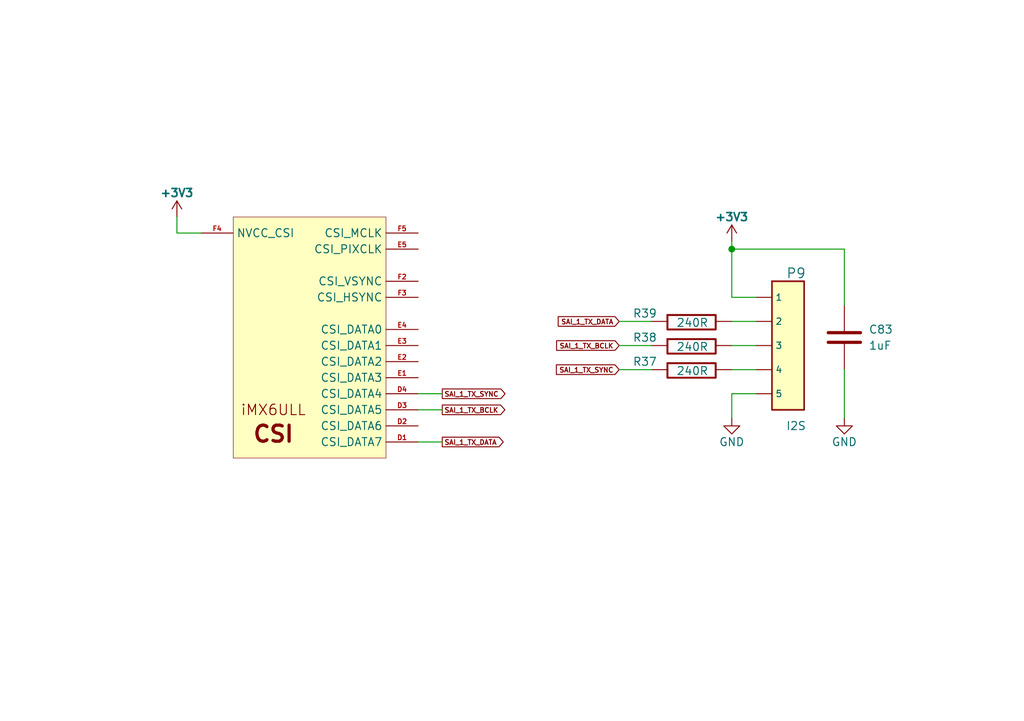
<source format=kicad_sch>
(kicad_sch (version 20210621) (generator eeschema)

  (uuid 8da2eed8-b591-4dff-99f9-ce07135fee57)

  (paper "User" 161.722 113.97)

  (title_block
    (title "iMX6ULL Compute Module & Base Board")
    (date "2021-03-23")
    (rev "1.0")
    (company "AHSA Elektronik")
  )

  (lib_symbols
    (symbol "abdullah:+3.3V" (power) (pin_names (offset 0)) (in_bom yes) (on_board yes)
      (property "Reference" "#PWR" (id 0) (at 0 -3.81 0)
        (effects (font (size 1.27 1.27)) hide)
      )
      (property "Value" "+3.3V" (id 1) (at 0 3.81 0)
        (effects (font (size 1.27 1.27) bold))
      )
      (property "Footprint" "" (id 2) (at 0 0 0)
        (effects (font (size 1.27 1.27)) hide)
      )
      (property "Datasheet" "" (id 3) (at 0 0 0)
        (effects (font (size 1.27 1.27)) hide)
      )
      (symbol "+3.3V_0_1"
        (polyline
          (pts
            (xy -0.762 1.27)
            (xy 0 2.54)
          )
          (stroke (width 0)) (fill (type none))
        )
        (polyline
          (pts
            (xy 0 0)
            (xy 0 2.54)
          )
          (stroke (width 0)) (fill (type none))
        )
        (polyline
          (pts
            (xy 0 2.54)
            (xy 0.762 1.27)
          )
          (stroke (width 0)) (fill (type none))
        )
      )
      (symbol "+3.3V_1_1"
        (pin power_in line (at 0 0 90) (length 0) hide
          (name "+3V3" (effects (font (size 1.27 1.27))))
          (number "1" (effects (font (size 1.27 1.27))))
        )
      )
    )
    (symbol "abdullah:C-vert" (pin_numbers hide) (pin_names (offset 0.254)) (in_bom yes) (on_board yes)
      (property "Reference" "C" (id 0) (at 3.81 1.27 0)
        (effects (font (size 1.27 1.27)) (justify left))
      )
      (property "Value" "C-vert" (id 1) (at 3.81 -1.27 0)
        (effects (font (size 1.27 1.27)) (justify left))
      )
      (property "Footprint" "" (id 2) (at 1.27 -1.27 0)
        (effects (font (size 1.524 1.524)) hide)
      )
      (property "Datasheet" "" (id 3) (at 0 0 0)
        (effects (font (size 1.524 1.524)))
      )
      (property "Voltage" "V" (id 4) (at 3.81 -3.81 0)
        (effects (font (size 1.016 1.016)) (justify left) hide)
      )
      (property "Details" "Capacitor Ceramic Chip SMD 100nF 50V 0805 5%" (id 5) (at 0 0 0)
        (effects (font (size 1.27 1.27)) hide)
      )
      (property "ki_fp_filters" "SM* C? C1-1" (id 6) (at 0 0 0)
        (effects (font (size 1.27 1.27)) hide)
      )
      (symbol "C-vert_0_1"
        (polyline
          (pts
            (xy -2.54 -0.762)
            (xy 2.54 -0.762)
          )
          (stroke (width 0.508)) (fill (type none))
        )
        (polyline
          (pts
            (xy -2.54 0.762)
            (xy 2.54 0.762)
          )
          (stroke (width 0.508)) (fill (type none))
        )
      )
      (symbol "C-vert_1_1"
        (pin passive line (at 0 5.08 270) (length 4.318)
          (name "~" (effects (font (size 1.016 1.016))))
          (number "1" (effects (font (size 1.016 1.016))))
        )
        (pin passive line (at 0 -5.08 90) (length 4.318)
          (name "~" (effects (font (size 1.016 1.016))))
          (number "2" (effects (font (size 1.016 1.016))))
        )
      )
    )
    (symbol "abdullah:CONNECTOR-5" (pin_numbers hide) (in_bom yes) (on_board yes)
      (property "Reference" "P" (id 0) (at -1.27 11.43 0)
        (effects (font (size 1.524 1.524)))
      )
      (property "Value" "CONNECTOR-5" (id 1) (at -3.81 1.27 90)
        (effects (font (size 1.27 1.27)))
      )
      (property "Footprint" "" (id 2) (at 0 0 0)
        (effects (font (size 1.524 1.524)))
      )
      (property "Datasheet" "" (id 3) (at 0 0 0)
        (effects (font (size 1.524 1.524)))
      )
      (property "Details" "Connector 5 Pins" (id 4) (at 0 0 0)
        (effects (font (size 1.27 1.27)) hide)
      )
      (symbol "CONNECTOR-5_0_0"
        (pin bidirectional line (at 5.08 -7.62 180) (length 2.54)
          (name "5" (effects (font (size 1.016 1.016))))
          (number "5" (effects (font (size 0.635 0.635))))
        )
      )
      (symbol "CONNECTOR-5_0_1"
        (rectangle (start 2.54 10.16) (end -2.54 -10.16)
          (stroke (width 0.254)) (fill (type background))
        )
      )
      (symbol "CONNECTOR-5_1_1"
        (pin bidirectional line (at 5.08 7.62 180) (length 2.54)
          (name "1" (effects (font (size 1.016 1.016))))
          (number "1" (effects (font (size 0.508 0.508))))
        )
        (pin bidirectional line (at 5.08 3.81 180) (length 2.54)
          (name "2" (effects (font (size 1.016 1.016))))
          (number "2" (effects (font (size 0.508 0.508))))
        )
        (pin bidirectional line (at 5.08 0 180) (length 2.54)
          (name "3" (effects (font (size 1.016 1.016))))
          (number "3" (effects (font (size 0.508 0.508))))
        )
        (pin bidirectional line (at 5.08 -3.81 180) (length 2.54)
          (name "4" (effects (font (size 1.016 1.016))))
          (number "4" (effects (font (size 0.508 0.508))))
        )
      )
    )
    (symbol "abdullah:GND" (power) (pin_names (offset 0)) (in_bom yes) (on_board yes)
      (property "Reference" "#PWR" (id 0) (at 0 -6.35 0)
        (effects (font (size 1.27 1.27)) hide)
      )
      (property "Value" "GND" (id 1) (at 0 -3.81 0)
        (effects (font (size 1.27 1.27)))
      )
      (property "Footprint" "" (id 2) (at 0 0 0)
        (effects (font (size 1.27 1.27)) hide)
      )
      (property "Datasheet" "" (id 3) (at 0 0 0)
        (effects (font (size 1.27 1.27)) hide)
      )
      (symbol "GND_0_1"
        (polyline
          (pts
            (xy 0 0)
            (xy 0 -1.27)
            (xy 1.27 -1.27)
            (xy 0 -2.54)
            (xy -1.27 -1.27)
            (xy 0 -1.27)
          )
          (stroke (width 0)) (fill (type none))
        )
      )
      (symbol "GND_1_1"
        (pin power_in line (at 0 0 270) (length 0) hide
          (name "GND" (effects (font (size 1.27 1.27))))
          (number "1" (effects (font (size 1.27 1.27))))
        )
      )
    )
    (symbol "abdullah:R-hrz" (pin_numbers hide) (pin_names (offset 0)) (in_bom yes) (on_board yes)
      (property "Reference" "R" (id 0) (at 0.254 2.54 0)
        (effects (font (size 1.27 1.27)))
      )
      (property "Value" "R-hrz" (id 1) (at 0.127 -2.54 0)
        (effects (font (size 1.27 1.27)))
      )
      (property "Footprint" "" (id 2) (at -2.286 0 0)
        (effects (font (size 1.524 1.524)) hide)
      )
      (property "Datasheet" "" (id 3) (at 0.254 2.54 0)
        (effects (font (size 1.524 1.524)) hide)
      )
      (property "Details" "Resistor SMD 10k 0805 5%" (id 4) (at 0 0 0)
        (effects (font (size 1.27 1.27)) hide)
      )
      (property "ki_fp_filters" "R? SM0603 SM0805 R?-* SM1206" (id 5) (at 0 0 0)
        (effects (font (size 1.27 1.27)) hide)
      )
      (symbol "R-hrz_0_1"
        (rectangle (start -3.81 -1.016) (end 3.81 1.27)
          (stroke (width 0.3048)) (fill (type none))
        )
      )
      (symbol "R-hrz_1_1"
        (pin passive line (at -6.35 0 0) (length 2.54)
          (name "~" (effects (font (size 1.524 1.524))))
          (number "1" (effects (font (size 1.524 1.524))))
        )
        (pin passive line (at 6.35 0 180) (length 2.54)
          (name "~" (effects (font (size 1.524 1.524))))
          (number "2" (effects (font (size 1.524 1.524))))
        )
      )
    )
    (symbol "abdullah:iMX6ULL_4" (in_bom yes) (on_board yes)
      (property "Reference" "U" (id 0) (at -24.13 -71.12 0)
        (effects (font (size 1.27 1.27)) hide)
      )
      (property "Value" "iMX6ULL" (id 1) (at -21.59 60.96 0)
        (effects (font (size 1.27 1.27)) hide)
      )
      (property "Footprint" "" (id 2) (at -49.53 41.91 0)
        (effects (font (size 1.27 1.27)) hide)
      )
      (property "Datasheet" "" (id 3) (at -49.53 41.91 0)
        (effects (font (size 1.27 1.27)) hide)
      )
      (property "ki_locked" "" (id 4) (at 0 0 0)
        (effects (font (size 1.27 1.27)))
      )
      (symbol "iMX6ULL_4_1_1"
        (text "iMX6ULL" (at 0 -52.07 0)
          (effects (font (size 3.81 3.81)))
        )
        (text "POWER" (at 0 -60.96 0)
          (effects (font (size 5.08 5.08) bold))
        )
        (rectangle (start -25.4 58.42) (end 26.67 -71.12)
          (stroke (width 0.0006)) (fill (type background))
        )
        (pin unspecified line (at -30.48 -12.7 0) (length 5.08)
          (name "VSS1" (effects (font (size 1.27 1.27))))
          (number "A1" (effects (font (size 0.762 0.762))))
        )
        (pin unspecified line (at -30.48 -15.24 0) (length 5.08)
          (name "VSS2" (effects (font (size 1.27 1.27))))
          (number "A17" (effects (font (size 0.762 0.762))))
        )
        (pin unspecified line (at -30.48 -22.86 0) (length 5.08)
          (name "VSS5" (effects (font (size 1.27 1.27))))
          (number "C11" (effects (font (size 0.762 0.762))))
        )
        (pin unspecified line (at -30.48 -25.4 0) (length 5.08)
          (name "VSS6" (effects (font (size 1.27 1.27))))
          (number "C15" (effects (font (size 0.762 0.762))))
        )
        (pin unspecified line (at -30.48 -17.78 0) (length 5.08)
          (name "VSS3" (effects (font (size 1.27 1.27))))
          (number "C3" (effects (font (size 0.762 0.762))))
        )
        (pin unspecified line (at -30.48 -20.32 0) (length 5.08)
          (name "VSS4" (effects (font (size 1.27 1.27))))
          (number "C7" (effects (font (size 0.762 0.762))))
        )
        (pin unspecified line (at -30.48 -30.48 0) (length 5.08)
          (name "VSS8" (effects (font (size 1.27 1.27))))
          (number "E11" (effects (font (size 0.762 0.762))))
        )
        (pin unspecified line (at -30.48 -27.94 0) (length 5.08)
          (name "VSS7" (effects (font (size 1.27 1.27))))
          (number "E8" (effects (font (size 0.762 0.762))))
        )
        (pin unspecified line (at -30.48 -43.18 0) (length 5.08)
          (name "VSS13" (effects (font (size 1.27 1.27))))
          (number "F10" (effects (font (size 0.762 0.762))))
        )
        (pin unspecified line (at -30.48 -45.72 0) (length 5.08)
          (name "VSS14" (effects (font (size 1.27 1.27))))
          (number "F11" (effects (font (size 0.762 0.762))))
        )
        (pin unspecified line (at -30.48 -48.26 0) (length 5.08)
          (name "VSS15" (effects (font (size 1.27 1.27))))
          (number "F12" (effects (font (size 0.762 0.762))))
        )
        (pin unspecified line (at -30.48 -33.02 0) (length 5.08)
          (name "VSS9" (effects (font (size 1.27 1.27))))
          (number "F6" (effects (font (size 0.762 0.762))))
        )
        (pin unspecified line (at -30.48 -35.56 0) (length 5.08)
          (name "VSS10" (effects (font (size 1.27 1.27))))
          (number "F7" (effects (font (size 0.762 0.762))))
        )
        (pin unspecified line (at -30.48 -38.1 0) (length 5.08)
          (name "VSS11" (effects (font (size 1.27 1.27))))
          (number "F8" (effects (font (size 0.762 0.762))))
        )
        (pin unspecified line (at -30.48 -40.64 0) (length 5.08)
          (name "VSS12" (effects (font (size 1.27 1.27))))
          (number "F9" (effects (font (size 0.762 0.762))))
        )
        (pin unspecified line (at 31.75 53.34 180) (length 5.08)
          (name "VDD_ARM_CAP_2" (effects (font (size 1.27 1.27))))
          (number "G10" (effects (font (size 0.762 0.762))))
        )
        (pin unspecified line (at 31.75 50.8 180) (length 5.08)
          (name "VDD_ARM_CAP_3" (effects (font (size 1.27 1.27))))
          (number "G11" (effects (font (size 0.762 0.762))))
        )
        (pin unspecified line (at -30.48 -58.42 0) (length 5.08)
          (name "VSS19" (effects (font (size 1.27 1.27))))
          (number "G12" (effects (font (size 0.762 0.762))))
        )
        (pin unspecified line (at -30.48 -60.96 0) (length 5.08)
          (name "VSS20" (effects (font (size 1.27 1.27))))
          (number "G15" (effects (font (size 0.762 0.762))))
        )
        (pin unspecified line (at -30.48 -50.8 0) (length 5.08)
          (name "VSS16" (effects (font (size 1.27 1.27))))
          (number "G3" (effects (font (size 0.762 0.762))))
        )
        (pin unspecified line (at -30.48 -53.34 0) (length 5.08)
          (name "VSS17" (effects (font (size 1.27 1.27))))
          (number "G5" (effects (font (size 0.762 0.762))))
        )
        (pin unspecified line (at -30.48 -55.88 0) (length 5.08)
          (name "VSS18" (effects (font (size 1.27 1.27))))
          (number "G7" (effects (font (size 0.762 0.762))))
        )
        (pin unspecified line (at 31.75 43.18 180) (length 5.08)
          (name "VDD_SOC_CAP1" (effects (font (size 1.27 1.27))))
          (number "G8" (effects (font (size 0.762 0.762))))
        )
        (pin unspecified line (at 31.75 55.88 180) (length 5.08)
          (name "VDD_ARM_CAP_1" (effects (font (size 1.27 1.27))))
          (number "G9" (effects (font (size 0.762 0.762))))
        )
        (pin unspecified line (at -30.48 40.64 0) (length 5.08)
          (name "VDD_SOC_IN2" (effects (font (size 1.27 1.27))))
          (number "H10" (effects (font (size 0.762 0.762))))
        )
        (pin unspecified line (at 31.75 48.26 180) (length 5.08)
          (name "VDD_ARM_CAP_4" (effects (font (size 1.27 1.27))))
          (number "H11" (effects (font (size 0.762 0.762))))
        )
        (pin unspecified line (at -30.48 -66.04 0) (length 5.08)
          (name "VSS22" (effects (font (size 1.27 1.27))))
          (number "H12" (effects (font (size 0.762 0.762))))
        )
        (pin unspecified line (at -30.48 -63.5 0) (length 5.08)
          (name "VSS21" (effects (font (size 1.27 1.27))))
          (number "H7" (effects (font (size 0.762 0.762))))
        )
        (pin unspecified line (at 31.75 40.64 180) (length 5.08)
          (name "VDD_SOC_CAP2" (effects (font (size 1.27 1.27))))
          (number "H8" (effects (font (size 0.762 0.762))))
        )
        (pin unspecified line (at -30.48 43.18 0) (length 5.08)
          (name "VDD_SOC_IN1" (effects (font (size 1.27 1.27))))
          (number "H9" (effects (font (size 0.762 0.762))))
        )
        (pin unspecified line (at -30.48 35.56 0) (length 5.08)
          (name "VDD_SOC_IN4" (effects (font (size 1.27 1.27))))
          (number "J10" (effects (font (size 0.762 0.762))))
        )
        (pin unspecified line (at 31.75 35.56 180) (length 5.08)
          (name "VDD_SOC_CAP4" (effects (font (size 1.27 1.27))))
          (number "J11" (effects (font (size 0.762 0.762))))
        )
        (pin unspecified line (at 31.75 -66.04 180) (length 5.08)
          (name "VSS25" (effects (font (size 1.27 1.27))))
          (number "J12" (effects (font (size 0.762 0.762))))
        )
        (pin unspecified line (at -30.48 -68.58 0) (length 5.08)
          (name "VSS23" (effects (font (size 1.27 1.27))))
          (number "J5" (effects (font (size 0.762 0.762))))
        )
        (pin unspecified line (at 31.75 -68.58 180) (length 5.08)
          (name "VSS24" (effects (font (size 1.27 1.27))))
          (number "J7" (effects (font (size 0.762 0.762))))
        )
        (pin unspecified line (at 31.75 38.1 180) (length 5.08)
          (name "VDD_SOC_CAP3" (effects (font (size 1.27 1.27))))
          (number "J8" (effects (font (size 0.762 0.762))))
        )
        (pin unspecified line (at -30.48 38.1 0) (length 5.08)
          (name "VDD_SOC_IN3" (effects (font (size 1.27 1.27))))
          (number "J9" (effects (font (size 0.762 0.762))))
        )
        (pin unspecified line (at -30.48 30.48 0) (length 5.08)
          (name "VDD_SOC_IN6" (effects (font (size 1.27 1.27))))
          (number "K10" (effects (font (size 0.762 0.762))))
        )
        (pin unspecified line (at 31.75 30.48 180) (length 5.08)
          (name "VDD_SOC_CAP6" (effects (font (size 1.27 1.27))))
          (number "K11" (effects (font (size 0.762 0.762))))
        )
        (pin unspecified line (at 31.75 -60.96 180) (length 5.08)
          (name "VSS27" (effects (font (size 1.27 1.27))))
          (number "K12" (effects (font (size 0.762 0.762))))
        )
        (pin unspecified line (at 31.75 -63.5 180) (length 5.08)
          (name "VSS26" (effects (font (size 1.27 1.27))))
          (number "K7" (effects (font (size 0.762 0.762))))
        )
        (pin unspecified line (at 31.75 33.02 180) (length 5.08)
          (name "VDD_SOC_CAP5" (effects (font (size 1.27 1.27))))
          (number "K8" (effects (font (size 0.762 0.762))))
        )
        (pin unspecified line (at -30.48 33.02 0) (length 5.08)
          (name "VDD_SOC_IN5" (effects (font (size 1.27 1.27))))
          (number "K9" (effects (font (size 0.762 0.762))))
        )
        (pin unspecified line (at 31.75 22.86 180) (length 5.08)
          (name "VDD_SOC_CAP9" (effects (font (size 1.27 1.27))))
          (number "L10" (effects (font (size 0.762 0.762))))
        )
        (pin unspecified line (at 31.75 20.32 180) (length 5.08)
          (name "VDD_SOC_CAP10" (effects (font (size 1.27 1.27))))
          (number "L11" (effects (font (size 0.762 0.762))))
        )
        (pin unspecified line (at 31.75 -53.34 180) (length 5.08)
          (name "VSS30" (effects (font (size 1.27 1.27))))
          (number "L12" (effects (font (size 0.762 0.762))))
        )
        (pin unspecified line (at 31.75 -58.42 180) (length 5.08)
          (name "VSS28" (effects (font (size 1.27 1.27))))
          (number "L3" (effects (font (size 0.762 0.762))))
        )
        (pin unspecified line (at 31.75 -55.88 180) (length 5.08)
          (name "VSS29" (effects (font (size 1.27 1.27))))
          (number "L7" (effects (font (size 0.762 0.762))))
        )
        (pin unspecified line (at 31.75 27.94 180) (length 5.08)
          (name "VDD_SOC_CAP7" (effects (font (size 1.27 1.27))))
          (number "L8" (effects (font (size 0.762 0.762))))
        )
        (pin unspecified line (at 31.75 25.4 180) (length 5.08)
          (name "VDD_SOC_CAP8" (effects (font (size 1.27 1.27))))
          (number "L9" (effects (font (size 0.762 0.762))))
        )
        (pin unspecified line (at 31.75 -43.18 180) (length 5.08)
          (name "VSS34" (effects (font (size 1.27 1.27))))
          (number "M10" (effects (font (size 0.762 0.762))))
        )
        (pin unspecified line (at 31.75 -40.64 180) (length 5.08)
          (name "VSS35" (effects (font (size 1.27 1.27))))
          (number "M11" (effects (font (size 0.762 0.762))))
        )
        (pin unspecified line (at -30.48 -10.16 0) (length 5.08)
          (name "NGND_KEL0" (effects (font (size 1.27 1.27))))
          (number "M12" (effects (font (size 0.762 0.762))))
        )
        (pin unspecified line (at 31.75 -50.8 180) (length 5.08)
          (name "VSS31" (effects (font (size 1.27 1.27))))
          (number "M7" (effects (font (size 0.762 0.762))))
        )
        (pin unspecified line (at 31.75 -48.26 180) (length 5.08)
          (name "VSS32" (effects (font (size 1.27 1.27))))
          (number "M8" (effects (font (size 0.762 0.762))))
        )
        (pin unspecified line (at 31.75 -45.72 180) (length 5.08)
          (name "VSS33" (effects (font (size 1.27 1.27))))
          (number "M9" (effects (font (size 0.762 0.762))))
        )
        (pin unspecified line (at 31.75 -1.27 180) (length 5.08)
          (name "VDD_SNVS_CAP" (effects (font (size 1.27 1.27))))
          (number "N12" (effects (font (size 0.762 0.762))))
        )
        (pin unspecified line (at -30.48 13.97 0) (length 5.08)
          (name "VDD_HIGH_IN" (effects (font (size 1.27 1.27))))
          (number "N13" (effects (font (size 0.762 0.762))))
        )
        (pin unspecified line (at 31.75 -38.1 180) (length 5.08)
          (name "VSS36" (effects (font (size 1.27 1.27))))
          (number "N3" (effects (font (size 0.762 0.762))))
        )
        (pin unspecified line (at 31.75 -35.56 180) (length 5.08)
          (name "VSS37" (effects (font (size 1.27 1.27))))
          (number "N5" (effects (font (size 0.762 0.762))))
        )
        (pin unspecified line (at -30.48 3.81 0) (length 5.08)
          (name "VDD_SNVS_IN" (effects (font (size 1.27 1.27))))
          (number "P12" (effects (font (size 0.762 0.762))))
        )
        (pin unspecified line (at 31.75 3.81 180) (length 5.08)
          (name "NVCC_PLL" (effects (font (size 1.27 1.27))))
          (number "P13" (effects (font (size 0.762 0.762))))
        )
        (pin unspecified line (at 31.75 -25.4 180) (length 5.08)
          (name "VSS41" (effects (font (size 1.27 1.27))))
          (number "R11" (effects (font (size 0.762 0.762))))
        )
        (pin unspecified line (at 31.75 13.97 180) (length 5.08)
          (name "VDD_HIGH_CAP1" (effects (font (size 1.27 1.27))))
          (number "R14" (effects (font (size 0.762 0.762))))
        )
        (pin unspecified line (at 31.75 11.43 180) (length 5.08)
          (name "VDD_HIGH_CAP2" (effects (font (size 1.27 1.27))))
          (number "R15" (effects (font (size 0.762 0.762))))
        )
        (pin unspecified line (at 31.75 -22.86 180) (length 5.08)
          (name "VSS42" (effects (font (size 1.27 1.27))))
          (number "R16" (effects (font (size 0.762 0.762))))
        )
        (pin unspecified line (at 31.75 -20.32 180) (length 5.08)
          (name "VSS43" (effects (font (size 1.27 1.27))))
          (number "R17" (effects (font (size 0.762 0.762))))
        )
        (pin unspecified line (at 31.75 -33.02 180) (length 5.08)
          (name "VSS38" (effects (font (size 1.27 1.27))))
          (number "R3" (effects (font (size 0.762 0.762))))
        )
        (pin unspecified line (at 31.75 -30.48 180) (length 5.08)
          (name "VSS39" (effects (font (size 1.27 1.27))))
          (number "R5" (effects (font (size 0.762 0.762))))
        )
        (pin unspecified line (at 31.75 -27.94 180) (length 5.08)
          (name "VSS40" (effects (font (size 1.27 1.27))))
          (number "R7" (effects (font (size 0.762 0.762))))
        )
        (pin unspecified line (at 31.75 -17.78 180) (length 5.08)
          (name "VSS44" (effects (font (size 1.27 1.27))))
          (number "T14" (effects (font (size 0.762 0.762))))
        )
        (pin unspecified line (at 31.75 -15.24 180) (length 5.08)
          (name "VSS45" (effects (font (size 1.27 1.27))))
          (number "U1" (effects (font (size 0.762 0.762))))
        )
        (pin unspecified line (at 31.75 -12.7 180) (length 5.08)
          (name "VSS46" (effects (font (size 1.27 1.27))))
          (number "U14" (effects (font (size 0.762 0.762))))
        )
        (pin unspecified line (at 31.75 -10.16 180) (length 5.08)
          (name "VSS47" (effects (font (size 1.27 1.27))))
          (number "U17" (effects (font (size 0.762 0.762))))
        )
      )
      (symbol "iMX6ULL_4_2_1"
        (text "DRAM" (at 1.27 33.02 0)
          (effects (font (size 5.08 5.08) bold))
        )
        (text "iMX6ULL" (at 1.27 41.91 0)
          (effects (font (size 3.81 3.81)))
        )
        (rectangle (start -29.21 48.26) (end 30.48 -54.61)
          (stroke (width 0.0006)) (fill (type background))
        )
        (pin unspecified line (at 35.56 -17.78 180) (length 5.08)
          (name "DRAM_ODT1" (effects (font (size 1.27 1.27))))
          (number "F1" (effects (font (size 0.762 0.762))))
        )
        (pin unspecified line (at -34.29 10.16 0) (length 5.08)
          (name "DRAM_ADDR14" (effects (font (size 1.27 1.27))))
          (number "G1" (effects (font (size 0.762 0.762))))
        )
        (pin unspecified line (at -34.29 30.48 0) (length 5.08)
          (name "DRAM_ADDR6" (effects (font (size 1.27 1.27))))
          (number "G2" (effects (font (size 0.762 0.762))))
        )
        (pin unspecified line (at -34.29 -39.37 0) (length 5.08)
          (name "DRAM_RESET" (effects (font (size 1.27 1.27))))
          (number "G4" (effects (font (size 0.762 0.762))))
        )
        (pin unspecified line (at 35.56 -39.37 180) (length 5.08)
          (name "NVCC_DRAM1" (effects (font (size 1.27 1.27))))
          (number "G6" (effects (font (size 0.762 0.762))))
        )
        (pin unspecified line (at -34.29 -5.08 0) (length 5.08)
          (name "DRAM_SDBA1" (effects (font (size 1.27 1.27))))
          (number "H1" (effects (font (size 0.762 0.762))))
        )
        (pin unspecified line (at -34.29 43.18 0) (length 5.08)
          (name "DRAM_ADDR1" (effects (font (size 1.27 1.27))))
          (number "H2" (effects (font (size 0.762 0.762))))
        )
        (pin unspecified line (at -34.29 12.7 0) (length 5.08)
          (name "DRAM_ADDR13" (effects (font (size 1.27 1.27))))
          (number "H3" (effects (font (size 0.762 0.762))))
        )
        (pin unspecified line (at -34.29 27.94 0) (length 5.08)
          (name "DRAM_ADDR7" (effects (font (size 1.27 1.27))))
          (number "H4" (effects (font (size 0.762 0.762))))
        )
        (pin unspecified line (at -34.29 -16.51 0) (length 5.08)
          (name "~{DRAM_CS1}" (effects (font (size 1.27 1.27))))
          (number "H5" (effects (font (size 0.762 0.762))))
        )
        (pin unspecified line (at 35.56 -41.91 180) (length 5.08)
          (name "NVCC_DRAM2" (effects (font (size 1.27 1.27))))
          (number "H6" (effects (font (size 0.762 0.762))))
        )
        (pin unspecified line (at -34.29 -26.67 0) (length 5.08)
          (name "~{DRAM_SDWE}" (effects (font (size 1.27 1.27))))
          (number "J1" (effects (font (size 0.762 0.762))))
        )
        (pin unspecified line (at -34.29 -24.13 0) (length 5.08)
          (name "~{DRAM_CAS}" (effects (font (size 1.27 1.27))))
          (number "J2" (effects (font (size 0.762 0.762))))
        )
        (pin unspecified line (at 35.56 -27.94 180) (length 5.08)
          (name "DRAM_SDCKE1" (effects (font (size 1.27 1.27))))
          (number "J3" (effects (font (size 0.762 0.762))))
        )
        (pin unspecified line (at -34.29 25.4 0) (length 5.08)
          (name "DRAM_ADDR8" (effects (font (size 1.27 1.27))))
          (number "J4" (effects (font (size 0.762 0.762))))
        )
        (pin unspecified line (at 35.56 -44.45 180) (length 5.08)
          (name "NVCC_DRAM3" (effects (font (size 1.27 1.27))))
          (number "J6" (effects (font (size 0.762 0.762))))
        )
        (pin unspecified line (at -34.29 40.64 0) (length 5.08)
          (name "DRAM_ADDR2" (effects (font (size 1.27 1.27))))
          (number "K1" (effects (font (size 0.762 0.762))))
        )
        (pin unspecified line (at -34.29 -7.62 0) (length 5.08)
          (name "DRAM_SDBA2" (effects (font (size 1.27 1.27))))
          (number "K2" (effects (font (size 0.762 0.762))))
        )
        (pin unspecified line (at -34.29 17.78 0) (length 5.08)
          (name "DRAM_ADDR11" (effects (font (size 1.27 1.27))))
          (number "K3" (effects (font (size 0.762 0.762))))
        )
        (pin unspecified line (at -34.29 35.56 0) (length 5.08)
          (name "DRAM_ADDR4" (effects (font (size 1.27 1.27))))
          (number "K4" (effects (font (size 0.762 0.762))))
        )
        (pin unspecified line (at -34.29 7.62 0) (length 5.08)
          (name "DRAM_ADDR15" (effects (font (size 1.27 1.27))))
          (number "K5" (effects (font (size 0.762 0.762))))
        )
        (pin unspecified line (at 35.56 -46.99 180) (length 5.08)
          (name "NVCC_DRAM4" (effects (font (size 1.27 1.27))))
          (number "K6" (effects (font (size 0.762 0.762))))
        )
        (pin unspecified line (at -34.29 33.02 0) (length 5.08)
          (name "DRAM_ADDR5" (effects (font (size 1.27 1.27))))
          (number "L1" (effects (font (size 0.762 0.762))))
        )
        (pin unspecified line (at -34.29 22.86 0) (length 5.08)
          (name "DRAM_ADDR9" (effects (font (size 1.27 1.27))))
          (number "L2" (effects (font (size 0.762 0.762))))
        )
        (pin unspecified line (at -34.29 15.24 0) (length 5.08)
          (name "DRAM_ADDR12" (effects (font (size 1.27 1.27))))
          (number "L4" (effects (font (size 0.762 0.762))))
        )
        (pin unspecified line (at -34.29 45.72 0) (length 5.08)
          (name "DRAM_ADDR0" (effects (font (size 1.27 1.27))))
          (number "L5" (effects (font (size 0.762 0.762))))
        )
        (pin unspecified line (at 35.56 -49.53 180) (length 5.08)
          (name "NVCC_DRAM5" (effects (font (size 1.27 1.27))))
          (number "L6" (effects (font (size 0.762 0.762))))
        )
        (pin unspecified line (at -34.29 -2.54 0) (length 5.08)
          (name "DRAM_SDBA0" (effects (font (size 1.27 1.27))))
          (number "M1" (effects (font (size 0.762 0.762))))
        )
        (pin unspecified line (at -34.29 38.1 0) (length 5.08)
          (name "DRAM_ADDR3" (effects (font (size 1.27 1.27))))
          (number "M2" (effects (font (size 0.762 0.762))))
        )
        (pin unspecified line (at 35.56 -30.48 180) (length 5.08)
          (name "DRAM_SDCKE0" (effects (font (size 1.27 1.27))))
          (number "M3" (effects (font (size 0.762 0.762))))
        )
        (pin unspecified line (at -34.29 20.32 0) (length 5.08)
          (name "DRAM_ADDR10" (effects (font (size 1.27 1.27))))
          (number "M4" (effects (font (size 0.762 0.762))))
        )
        (pin unspecified line (at -34.29 -21.59 0) (length 5.08)
          (name "~{DRAM_RAS}" (effects (font (size 1.27 1.27))))
          (number "M5" (effects (font (size 0.762 0.762))))
        )
        (pin unspecified line (at 35.56 -52.07 180) (length 5.08)
          (name "NVCC_DRAM6" (effects (font (size 1.27 1.27))))
          (number "M6" (effects (font (size 0.762 0.762))))
        )
        (pin unspecified line (at 35.56 -20.32 180) (length 5.08)
          (name "DRAM_ODT0" (effects (font (size 1.27 1.27))))
          (number "N1" (effects (font (size 0.762 0.762))))
        )
        (pin unspecified line (at -34.29 -13.97 0) (length 5.08)
          (name "~{DRAM_CS0}" (effects (font (size 1.27 1.27))))
          (number "N2" (effects (font (size 0.762 0.762))))
        )
        (pin unspecified line (at -34.29 -44.45 0) (length 5.08)
          (name "DRAM_ZQPAD" (effects (font (size 1.27 1.27))))
          (number "N4" (effects (font (size 0.762 0.762))))
        )
        (pin unspecified line (at -34.29 -48.26 0) (length 5.08)
          (name "NVCC_DRAM_2P5" (effects (font (size 1.27 1.27))))
          (number "N6" (effects (font (size 0.762 0.762))))
        )
        (pin unspecified line (at -34.29 -31.75 0) (length 5.08)
          (name "DRAM_SDCLK0_P" (effects (font (size 1.27 1.27))))
          (number "P1" (effects (font (size 0.762 0.762))))
        )
        (pin unspecified line (at -34.29 -34.29 0) (length 5.08)
          (name "DRAM_SDCLK0_N" (effects (font (size 1.27 1.27))))
          (number "P2" (effects (font (size 0.762 0.762))))
        )
        (pin unspecified line (at 35.56 2.54 180) (length 5.08)
          (name "DRAM_DATA13" (effects (font (size 1.27 1.27))))
          (number "P3" (effects (font (size 0.762 0.762))))
        )
        (pin unspecified line (at -34.29 -52.07 0) (length 5.08)
          (name "DRAM_VREF" (effects (font (size 1.27 1.27))))
          (number "P4" (effects (font (size 0.762 0.762))))
        )
        (pin unspecified line (at 35.56 5.08 180) (length 5.08)
          (name "DRAM_DATA12" (effects (font (size 1.27 1.27))))
          (number "P5" (effects (font (size 0.762 0.762))))
        )
        (pin unspecified line (at 35.56 25.4 180) (length 5.08)
          (name "DRAM_SDQS0_P" (effects (font (size 1.27 1.27))))
          (number "P6" (effects (font (size 0.762 0.762))))
        )
        (pin unspecified line (at 35.56 22.86 180) (length 5.08)
          (name "DRAM_SDQS0_N" (effects (font (size 1.27 1.27))))
          (number "P7" (effects (font (size 0.762 0.762))))
        )
        (pin unspecified line (at 35.56 -2.54 180) (length 5.08)
          (name "DRAM_DATA15" (effects (font (size 1.27 1.27))))
          (number "R1" (effects (font (size 0.762 0.762))))
        )
        (pin unspecified line (at 35.56 0 180) (length 5.08)
          (name "DRAM_DATA14" (effects (font (size 1.27 1.27))))
          (number "R2" (effects (font (size 0.762 0.762))))
        )
        (pin unspecified line (at 35.56 7.62 180) (length 5.08)
          (name "DRAM_DATA11" (effects (font (size 1.27 1.27))))
          (number "R4" (effects (font (size 0.762 0.762))))
        )
        (pin unspecified line (at 35.56 -5.08 180) (length 5.08)
          (name "DRAM_SDQS1_P" (effects (font (size 1.27 1.27))))
          (number "T1" (effects (font (size 0.762 0.762))))
        )
        (pin unspecified line (at 35.56 -7.62 180) (length 5.08)
          (name "DRAM_SDQS1_N" (effects (font (size 1.27 1.27))))
          (number "T2" (effects (font (size 0.762 0.762))))
        )
        (pin unspecified line (at 35.56 -10.16 180) (length 5.08)
          (name "DRAM_DQM1" (effects (font (size 1.27 1.27))))
          (number "T3" (effects (font (size 0.762 0.762))))
        )
        (pin unspecified line (at 35.56 45.72 180) (length 5.08)
          (name "DRAM_DATA0" (effects (font (size 1.27 1.27))))
          (number "T4" (effects (font (size 0.762 0.762))))
        )
        (pin unspecified line (at 35.56 30.48 180) (length 5.08)
          (name "DRAM_DATA6" (effects (font (size 1.27 1.27))))
          (number "T5" (effects (font (size 0.762 0.762))))
        )
        (pin unspecified line (at 35.56 40.64 180) (length 5.08)
          (name "DRAM_DATA2" (effects (font (size 1.27 1.27))))
          (number "T6" (effects (font (size 0.762 0.762))))
        )
        (pin unspecified line (at 35.56 20.32 180) (length 5.08)
          (name "DRAM_DQM0" (effects (font (size 1.27 1.27))))
          (number "T7" (effects (font (size 0.762 0.762))))
        )
        (pin unspecified line (at 35.56 33.02 180) (length 5.08)
          (name "DRAM_DATA5" (effects (font (size 1.27 1.27))))
          (number "T8" (effects (font (size 0.762 0.762))))
        )
        (pin unspecified line (at 35.56 15.24 180) (length 5.08)
          (name "DRAM_DATA8" (effects (font (size 1.27 1.27))))
          (number "U2" (effects (font (size 0.762 0.762))))
        )
        (pin unspecified line (at 35.56 12.7 180) (length 5.08)
          (name "DRAM_DATA9" (effects (font (size 1.27 1.27))))
          (number "U3" (effects (font (size 0.762 0.762))))
        )
        (pin unspecified line (at 35.56 27.94 180) (length 5.08)
          (name "DRAM_DATA7" (effects (font (size 1.27 1.27))))
          (number "U4" (effects (font (size 0.762 0.762))))
        )
        (pin unspecified line (at 35.56 10.16 180) (length 5.08)
          (name "DRAM_DATA10" (effects (font (size 1.27 1.27))))
          (number "U5" (effects (font (size 0.762 0.762))))
        )
        (pin unspecified line (at 35.56 43.18 180) (length 5.08)
          (name "DRAM_DATA1" (effects (font (size 1.27 1.27))))
          (number "U6" (effects (font (size 0.762 0.762))))
        )
        (pin unspecified line (at 35.56 38.1 180) (length 5.08)
          (name "DRAM_DATA3" (effects (font (size 1.27 1.27))))
          (number "U7" (effects (font (size 0.762 0.762))))
        )
        (pin unspecified line (at 35.56 35.56 180) (length 5.08)
          (name "DRAM_DATA4" (effects (font (size 1.27 1.27))))
          (number "U8" (effects (font (size 0.762 0.762))))
        )
      )
      (symbol "iMX6ULL_4_3_1"
        (text "iMX6ULL" (at -6.35 -19.05 0)
          (effects (font (size 1.905 1.905)))
        )
        (text "NAND" (at -6.35 -22.86 0)
          (effects (font (size 2.54 2.54) bold))
        )
        (rectangle (start -13.97 22.86) (end 15.24 -27.94)
          (stroke (width 0.0006)) (fill (type background))
        )
        (pin unspecified line (at 20.32 0 180) (length 5.08)
          (name "~{NAND_READY}" (effects (font (size 1.27 1.27))))
          (number "A3" (effects (font (size 0.762 0.762))))
        )
        (pin unspecified line (at 20.32 10.16 180) (length 5.08)
          (name "NAND_CLE" (effects (font (size 1.27 1.27))))
          (number "A4" (effects (font (size 0.762 0.762))))
        )
        (pin unspecified line (at 20.32 -25.4 180) (length 5.08)
          (name "NAND_DATA7" (effects (font (size 1.27 1.27))))
          (number "A5" (effects (font (size 0.762 0.762))))
        )
        (pin unspecified line (at 20.32 -22.86 180) (length 5.08)
          (name "NAND_DATA6" (effects (font (size 1.27 1.27))))
          (number "A6" (effects (font (size 0.762 0.762))))
        )
        (pin unspecified line (at 20.32 -12.7 180) (length 5.08)
          (name "NAND_DATA2" (effects (font (size 1.27 1.27))))
          (number "A7" (effects (font (size 0.762 0.762))))
        )
        (pin unspecified line (at 20.32 12.7 180) (length 5.08)
          (name "NAND_ALE" (effects (font (size 1.27 1.27))))
          (number "B4" (effects (font (size 0.762 0.762))))
        )
        (pin unspecified line (at 20.32 17.78 180) (length 5.08)
          (name "~{NAND_CE1}" (effects (font (size 1.27 1.27))))
          (number "B5" (effects (font (size 0.762 0.762))))
        )
        (pin unspecified line (at 20.32 -20.32 180) (length 5.08)
          (name "NAND_DATA5" (effects (font (size 1.27 1.27))))
          (number "B6" (effects (font (size 0.762 0.762))))
        )
        (pin unspecified line (at 20.32 -10.16 180) (length 5.08)
          (name "NAND_DATA1" (effects (font (size 1.27 1.27))))
          (number "B7" (effects (font (size 0.762 0.762))))
        )
        (pin unspecified line (at 20.32 20.32 180) (length 5.08)
          (name "~{NAND_CE0}" (effects (font (size 1.27 1.27))))
          (number "C5" (effects (font (size 0.762 0.762))))
        )
        (pin unspecified line (at 20.32 -17.78 180) (length 5.08)
          (name "NAND_DATA4" (effects (font (size 1.27 1.27))))
          (number "C6" (effects (font (size 0.762 0.762))))
        )
        (pin unspecified line (at 20.32 5.08 180) (length 5.08)
          (name "~{NAND_WE}" (effects (font (size 1.27 1.27))))
          (number "C8" (effects (font (size 0.762 0.762))))
        )
        (pin unspecified line (at 20.32 2.54 180) (length 5.08)
          (name "~{NAND_WP}" (effects (font (size 1.27 1.27))))
          (number "D5" (effects (font (size 0.762 0.762))))
        )
        (pin unspecified line (at 20.32 -15.24 180) (length 5.08)
          (name "NAND_DATA3" (effects (font (size 1.27 1.27))))
          (number "D6" (effects (font (size 0.762 0.762))))
        )
        (pin unspecified line (at 20.32 -7.62 180) (length 5.08)
          (name "NAND_DATA0" (effects (font (size 1.27 1.27))))
          (number "D7" (effects (font (size 0.762 0.762))))
        )
        (pin unspecified line (at 20.32 7.62 180) (length 5.08)
          (name "~{NAND_RE}" (effects (font (size 1.27 1.27))))
          (number "D8" (effects (font (size 0.762 0.762))))
        )
        (pin unspecified line (at 20.32 -2.54 180) (length 5.08)
          (name "NAND_DQS" (effects (font (size 1.27 1.27))))
          (number "E6" (effects (font (size 0.762 0.762))))
        )
        (pin unspecified line (at -19.05 20.32 0) (length 5.08)
          (name "NVCC_NAND" (effects (font (size 1.27 1.27))))
          (number "E7" (effects (font (size 0.762 0.762))))
        )
      )
      (symbol "iMX6ULL_4_4_1"
        (text "CSI" (at -6.35 -16.51 0)
          (effects (font (size 2.54 2.54) bold))
        )
        (text "iMX6ULL" (at -6.35 -12.7 0)
          (effects (font (size 1.651 1.651)))
        )
        (rectangle (start -12.7 17.78) (end 11.43 -20.32)
          (stroke (width 0.0006)) (fill (type background))
        )
        (pin unspecified line (at 16.51 -17.78 180) (length 5.08)
          (name "CSI_DATA7" (effects (font (size 1.27 1.27))))
          (number "D1" (effects (font (size 0.762 0.762))))
        )
        (pin unspecified line (at 16.51 -15.24 180) (length 5.08)
          (name "CSI_DATA6" (effects (font (size 1.27 1.27))))
          (number "D2" (effects (font (size 0.762 0.762))))
        )
        (pin unspecified line (at 16.51 -12.7 180) (length 5.08)
          (name "CSI_DATA5" (effects (font (size 1.27 1.27))))
          (number "D3" (effects (font (size 0.762 0.762))))
        )
        (pin unspecified line (at 16.51 -10.16 180) (length 5.08)
          (name "CSI_DATA4" (effects (font (size 1.27 1.27))))
          (number "D4" (effects (font (size 0.762 0.762))))
        )
        (pin unspecified line (at 16.51 -7.62 180) (length 5.08)
          (name "CSI_DATA3" (effects (font (size 1.27 1.27))))
          (number "E1" (effects (font (size 0.762 0.762))))
        )
        (pin unspecified line (at 16.51 -5.08 180) (length 5.08)
          (name "CSI_DATA2" (effects (font (size 1.27 1.27))))
          (number "E2" (effects (font (size 0.762 0.762))))
        )
        (pin unspecified line (at 16.51 -2.54 180) (length 5.08)
          (name "CSI_DATA1" (effects (font (size 1.27 1.27))))
          (number "E3" (effects (font (size 0.762 0.762))))
        )
        (pin unspecified line (at 16.51 0 180) (length 5.08)
          (name "CSI_DATA0" (effects (font (size 1.27 1.27))))
          (number "E4" (effects (font (size 0.762 0.762))))
        )
        (pin unspecified line (at 16.51 12.7 180) (length 5.08)
          (name "CSI_PIXCLK" (effects (font (size 1.27 1.27))))
          (number "E5" (effects (font (size 0.762 0.762))))
        )
        (pin unspecified line (at 16.51 7.62 180) (length 5.08)
          (name "CSI_VSYNC" (effects (font (size 1.27 1.27))))
          (number "F2" (effects (font (size 0.762 0.762))))
        )
        (pin unspecified line (at 16.51 5.08 180) (length 5.08)
          (name "CSI_HSYNC" (effects (font (size 1.27 1.27))))
          (number "F3" (effects (font (size 0.762 0.762))))
        )
        (pin unspecified line (at -17.78 15.24 0) (length 5.08)
          (name "NVCC_CSI" (effects (font (size 1.27 1.27))))
          (number "F4" (effects (font (size 0.762 0.762))))
        )
        (pin unspecified line (at 16.51 15.24 180) (length 5.08)
          (name "CSI_MCLK" (effects (font (size 1.27 1.27))))
          (number "F5" (effects (font (size 0.762 0.762))))
        )
      )
      (symbol "iMX6ULL_4_5_1"
        (text "GPIO" (at -5.08 -10.16 0)
          (effects (font (size 2.54 2.54) bold))
        )
        (text "iMX6ULL" (at -5.08 -6.35 0)
          (effects (font (size 1.651 1.651)))
        )
        (rectangle (start -13.97 12.7) (end 15.24 -15.24)
          (stroke (width 0.0006)) (fill (type background))
        )
        (pin unspecified line (at -19.05 10.16 0) (length 5.08)
          (name "NVCC_GPIO" (effects (font (size 1.27 1.27))))
          (number "J13" (effects (font (size 0.762 0.762))))
        )
        (pin unspecified line (at 20.32 10.16 180) (length 5.08)
          (name "GPIO1_IO0" (effects (font (size 1.27 1.27))))
          (number "K13" (effects (font (size 0.762 0.762))))
        )
        (pin unspecified line (at 20.32 -5.08 180) (length 5.08)
          (name "GPIO1_IO6" (effects (font (size 1.27 1.27))))
          (number "K17" (effects (font (size 0.762 0.762))))
        )
        (pin unspecified line (at 20.32 5.08 180) (length 5.08)
          (name "GPIO1_IO2" (effects (font (size 1.27 1.27))))
          (number "L14" (effects (font (size 0.762 0.762))))
        )
        (pin unspecified line (at 20.32 7.62 180) (length 5.08)
          (name "GPIO1_IO1" (effects (font (size 1.27 1.27))))
          (number "L15" (effects (font (size 0.762 0.762))))
        )
        (pin unspecified line (at 20.32 -7.62 180) (length 5.08)
          (name "GPIO1_IO7" (effects (font (size 1.27 1.27))))
          (number "L16" (effects (font (size 0.762 0.762))))
        )
        (pin unspecified line (at 20.32 2.54 180) (length 5.08)
          (name "GPIO1_IO3" (effects (font (size 1.27 1.27))))
          (number "L17" (effects (font (size 0.762 0.762))))
        )
        (pin unspecified line (at 20.32 -12.7 180) (length 5.08)
          (name "GPIO1_IO9" (effects (font (size 1.27 1.27))))
          (number "M15" (effects (font (size 0.762 0.762))))
        )
        (pin unspecified line (at 20.32 0 180) (length 5.08)
          (name "GPIO1_IO4" (effects (font (size 1.27 1.27))))
          (number "M16" (effects (font (size 0.762 0.762))))
        )
        (pin unspecified line (at 20.32 -2.54 180) (length 5.08)
          (name "GPIO1_IO5" (effects (font (size 1.27 1.27))))
          (number "M17" (effects (font (size 0.762 0.762))))
        )
        (pin unspecified line (at 20.32 -10.16 180) (length 5.08)
          (name "GPIO1_IO8" (effects (font (size 1.27 1.27))))
          (number "N17" (effects (font (size 0.762 0.762))))
        )
      )
      (symbol "iMX6ULL_4_6_1"
        (text "ETHERNET" (at -7.62 -21.59 0)
          (effects (font (size 2.54 2.54) bold))
        )
        (text "iMX6ULL" (at -7.62 -17.78 0)
          (effects (font (size 1.651 1.651)))
        )
        (rectangle (start -19.05 20.32) (end 21.59 -25.4)
          (stroke (width 0.0006)) (fill (type background))
        )
        (pin unspecified line (at 26.67 -5.08 180) (length 5.08)
          (name "ENET2_TX_DATA0" (effects (font (size 1.27 1.27))))
          (number "A15" (effects (font (size 0.762 0.762))))
        )
        (pin unspecified line (at 26.67 -7.62 180) (length 5.08)
          (name "ENET2_TX_DATA1" (effects (font (size 1.27 1.27))))
          (number "A16" (effects (font (size 0.762 0.762))))
        )
        (pin unspecified line (at 26.67 -10.16 180) (length 5.08)
          (name "ENET2_TX_EN" (effects (font (size 1.27 1.27))))
          (number "B15" (effects (font (size 0.762 0.762))))
        )
        (pin unspecified line (at 26.67 -22.86 180) (length 5.08)
          (name "ENET2_RX_EN" (effects (font (size 1.27 1.27))))
          (number "B17" (effects (font (size 0.762 0.762))))
        )
        (pin unspecified line (at 26.67 -17.78 180) (length 5.08)
          (name "ENET2_RX_DATA1" (effects (font (size 1.27 1.27))))
          (number "C16" (effects (font (size 0.762 0.762))))
        )
        (pin unspecified line (at 26.67 -15.24 180) (length 5.08)
          (name "ENET2_RX_DATA0" (effects (font (size 1.27 1.27))))
          (number "C17" (effects (font (size 0.762 0.762))))
        )
        (pin unspecified line (at 26.67 2.54 180) (length 5.08)
          (name "ENET1_RX_ER" (effects (font (size 1.27 1.27))))
          (number "D15" (effects (font (size 0.762 0.762))))
        )
        (pin unspecified line (at 26.67 -20.32 180) (length 5.08)
          (name "ENET2_RX_ER" (effects (font (size 1.27 1.27))))
          (number "D16" (effects (font (size 0.762 0.762))))
        )
        (pin unspecified line (at 26.67 -12.7 180) (length 5.08)
          (name "ENET2_TX_CLK" (effects (font (size 1.27 1.27))))
          (number "D17" (effects (font (size 0.762 0.762))))
        )
        (pin unspecified line (at 26.67 15.24 180) (length 5.08)
          (name "ENET1_TX_DATA1" (effects (font (size 1.27 1.27))))
          (number "E14" (effects (font (size 0.762 0.762))))
        )
        (pin unspecified line (at 26.67 17.78 180) (length 5.08)
          (name "ENET1_TX_DATA0" (effects (font (size 1.27 1.27))))
          (number "E15" (effects (font (size 0.762 0.762))))
        )
        (pin unspecified line (at 26.67 0 180) (length 5.08)
          (name "ENET1_RX_EN" (effects (font (size 1.27 1.27))))
          (number "E16" (effects (font (size 0.762 0.762))))
        )
        (pin unspecified line (at 26.67 5.08 180) (length 5.08)
          (name "ENET1_RX_DATA1" (effects (font (size 1.27 1.27))))
          (number "E17" (effects (font (size 0.762 0.762))))
        )
        (pin unspecified line (at -24.13 17.78 0) (length 5.08)
          (name "NVCC_ENET" (effects (font (size 1.27 1.27))))
          (number "F13" (effects (font (size 0.762 0.762))))
        )
        (pin unspecified line (at 26.67 10.16 180) (length 5.08)
          (name "ENET1_TX_CLK" (effects (font (size 1.27 1.27))))
          (number "F14" (effects (font (size 0.762 0.762))))
        )
        (pin unspecified line (at 26.67 12.7 180) (length 5.08)
          (name "ENET1_TX_EN" (effects (font (size 1.27 1.27))))
          (number "F15" (effects (font (size 0.762 0.762))))
        )
        (pin unspecified line (at 26.67 7.62 180) (length 5.08)
          (name "ENET1_RX_DATA0" (effects (font (size 1.27 1.27))))
          (number "F16" (effects (font (size 0.762 0.762))))
        )
      )
      (symbol "iMX6ULL_4_7_1"
        (text "iMX6ULL" (at -3.81 -66.04 0)
          (effects (font (size 1.905 1.905)))
        )
        (text "LCD" (at -3.81 -71.12 0)
          (effects (font (size 3.81 3.81) bold))
        )
        (rectangle (start 22.86 2.54) (end -12.7 -76.2)
          (stroke (width 0.0006)) (fill (type background))
        )
        (pin unspecified line (at 27.94 -30.48 180) (length 5.08)
          (name "LCD_DATA6" (effects (font (size 1.27 1.27))))
          (number "A10" (effects (font (size 0.762 0.762))))
        )
        (pin unspecified line (at 27.94 -38.1 180) (length 5.08)
          (name "LCD_DATA9" (effects (font (size 1.27 1.27))))
          (number "A11" (effects (font (size 0.762 0.762))))
        )
        (pin unspecified line (at 27.94 -50.8 180) (length 5.08)
          (name "LCD_DATA14" (effects (font (size 1.27 1.27))))
          (number "A12" (effects (font (size 0.762 0.762))))
        )
        (pin unspecified line (at 27.94 -60.96 180) (length 5.08)
          (name "LCD_DATA18" (effects (font (size 1.27 1.27))))
          (number "A13" (effects (font (size 0.762 0.762))))
        )
        (pin unspecified line (at 27.94 -71.12 180) (length 5.08)
          (name "LCD_DATA22" (effects (font (size 1.27 1.27))))
          (number "A14" (effects (font (size 0.762 0.762))))
        )
        (pin unspecified line (at 27.94 0 180) (length 5.08)
          (name "LCD_CLK" (effects (font (size 1.27 1.27))))
          (number "A8" (effects (font (size 0.762 0.762))))
        )
        (pin unspecified line (at 27.94 -17.78 180) (length 5.08)
          (name "LCD_DATA1" (effects (font (size 1.27 1.27))))
          (number "A9" (effects (font (size 0.762 0.762))))
        )
        (pin unspecified line (at 27.94 -27.94 180) (length 5.08)
          (name "LCD_DATA5" (effects (font (size 1.27 1.27))))
          (number "B10" (effects (font (size 0.762 0.762))))
        )
        (pin unspecified line (at 27.94 -35.56 180) (length 5.08)
          (name "LCD_DATA8" (effects (font (size 1.27 1.27))))
          (number "B11" (effects (font (size 0.762 0.762))))
        )
        (pin unspecified line (at 27.94 -48.26 180) (length 5.08)
          (name "LCD_DATA13" (effects (font (size 1.27 1.27))))
          (number "B12" (effects (font (size 0.762 0.762))))
        )
        (pin unspecified line (at 27.94 -58.42 180) (length 5.08)
          (name "LCD_DATA17" (effects (font (size 1.27 1.27))))
          (number "B13" (effects (font (size 0.762 0.762))))
        )
        (pin unspecified line (at 27.94 -68.58 180) (length 5.08)
          (name "LCD_DATA21" (effects (font (size 1.27 1.27))))
          (number "B14" (effects (font (size 0.762 0.762))))
        )
        (pin unspecified line (at 27.94 -73.66 180) (length 5.08)
          (name "LCD_DATA23" (effects (font (size 1.27 1.27))))
          (number "B16" (effects (font (size 0.762 0.762))))
        )
        (pin unspecified line (at 27.94 -3.81 180) (length 5.08)
          (name "LCD_ENABLE" (effects (font (size 1.27 1.27))))
          (number "B8" (effects (font (size 0.762 0.762))))
        )
        (pin unspecified line (at 27.94 -15.24 180) (length 5.08)
          (name "LCD_DATA0" (effects (font (size 1.27 1.27))))
          (number "B9" (effects (font (size 0.762 0.762))))
        )
        (pin unspecified line (at 27.94 -25.4 180) (length 5.08)
          (name "LCD_DATA4" (effects (font (size 1.27 1.27))))
          (number "C10" (effects (font (size 0.762 0.762))))
        )
        (pin unspecified line (at 27.94 -45.72 180) (length 5.08)
          (name "LCD_DATA12" (effects (font (size 1.27 1.27))))
          (number "C12" (effects (font (size 0.762 0.762))))
        )
        (pin unspecified line (at 27.94 -55.88 180) (length 5.08)
          (name "LCD_DATA16" (effects (font (size 1.27 1.27))))
          (number "C13" (effects (font (size 0.762 0.762))))
        )
        (pin unspecified line (at 27.94 -66.04 180) (length 5.08)
          (name "LCD_DATA20" (effects (font (size 1.27 1.27))))
          (number "C14" (effects (font (size 0.762 0.762))))
        )
        (pin unspecified line (at 27.94 -8.89 180) (length 5.08)
          (name "LCD_VSYNC" (effects (font (size 1.27 1.27))))
          (number "C9" (effects (font (size 0.762 0.762))))
        )
        (pin unspecified line (at 27.94 -22.86 180) (length 5.08)
          (name "LCD_DATA3" (effects (font (size 1.27 1.27))))
          (number "D10" (effects (font (size 0.762 0.762))))
        )
        (pin unspecified line (at 27.94 -33.02 180) (length 5.08)
          (name "LCD_DATA7" (effects (font (size 1.27 1.27))))
          (number "D11" (effects (font (size 0.762 0.762))))
        )
        (pin unspecified line (at 27.94 -43.18 180) (length 5.08)
          (name "LCD_DATA11" (effects (font (size 1.27 1.27))))
          (number "D12" (effects (font (size 0.762 0.762))))
        )
        (pin unspecified line (at 27.94 -53.34 180) (length 5.08)
          (name "LCD_DATA15" (effects (font (size 1.27 1.27))))
          (number "D13" (effects (font (size 0.762 0.762))))
        )
        (pin unspecified line (at 27.94 -63.5 180) (length 5.08)
          (name "LCD_DATA19" (effects (font (size 1.27 1.27))))
          (number "D14" (effects (font (size 0.762 0.762))))
        )
        (pin unspecified line (at 27.94 -6.35 180) (length 5.08)
          (name "LCD_HSYNC" (effects (font (size 1.27 1.27))))
          (number "D9" (effects (font (size 0.762 0.762))))
        )
        (pin unspecified line (at 27.94 -20.32 180) (length 5.08)
          (name "LCD_DATA2" (effects (font (size 1.27 1.27))))
          (number "E10" (effects (font (size 0.762 0.762))))
        )
        (pin unspecified line (at 27.94 -40.64 180) (length 5.08)
          (name "LCD_DATA10" (effects (font (size 1.27 1.27))))
          (number "E12" (effects (font (size 0.762 0.762))))
        )
        (pin unspecified line (at -17.78 0 0) (length 5.08)
          (name "NVCC_LCD" (effects (font (size 1.27 1.27))))
          (number "E13" (effects (font (size 0.762 0.762))))
        )
        (pin unspecified line (at 27.94 -11.43 180) (length 5.08)
          (name "LCD_RESET" (effects (font (size 1.27 1.27))))
          (number "E9" (effects (font (size 0.762 0.762))))
        )
      )
      (symbol "iMX6ULL_4_8_1"
        (text "iMX6ULL" (at -13.97 -5.08 0)
          (effects (font (size 1.016 1.016) bold))
        )
        (text "USB" (at -13.97 -7.62 0)
          (effects (font (size 1.905 1.905) bold))
        )
        (rectangle (start -19.05 12.7) (end 19.05 -10.16)
          (stroke (width 0.0006)) (fill (type background))
        )
        (pin unspecified line (at 24.13 0 180) (length 5.08)
          (name "VDD_USB_CAP" (effects (font (size 1.27 1.27))))
          (number "R12" (effects (font (size 0.762 0.762))))
        )
        (pin unspecified line (at -24.13 10.16 0) (length 5.08)
          (name "USB_OTG1_VBUS" (effects (font (size 1.27 1.27))))
          (number "T12" (effects (font (size 0.762 0.762))))
        )
        (pin unspecified line (at 24.13 -5.08 180) (length 5.08)
          (name "USB_OTG2_DN" (effects (font (size 1.27 1.27))))
          (number "T13" (effects (font (size 0.762 0.762))))
        )
        (pin unspecified line (at 24.13 10.16 180) (length 5.08)
          (name "USB_OTG1_DN" (effects (font (size 1.27 1.27))))
          (number "T15" (effects (font (size 0.762 0.762))))
        )
        (pin unspecified line (at -24.13 0 0) (length 5.08)
          (name "USB_OTG2_VBUS" (effects (font (size 1.27 1.27))))
          (number "U12" (effects (font (size 0.762 0.762))))
        )
        (pin unspecified line (at 24.13 -7.62 180) (length 5.08)
          (name "USB_OTG2_DP" (effects (font (size 1.27 1.27))))
          (number "U13" (effects (font (size 0.762 0.762))))
        )
        (pin unspecified line (at 24.13 7.62 180) (length 5.08)
          (name "USB_OTG1_DP" (effects (font (size 1.27 1.27))))
          (number "U15" (effects (font (size 0.762 0.762))))
        )
        (pin unspecified line (at 24.13 5.08 180) (length 5.08)
          (name "~{USB_OTG1_CHD}" (effects (font (size 1.27 1.27))))
          (number "U16" (effects (font (size 0.762 0.762))))
        )
      )
      (symbol "iMX6ULL_4_9_1"
        (text "iMX6ULL" (at -7.62 -2.54 0)
          (effects (font (size 1.651 1.651)))
        )
        (text "SD1" (at -7.62 -6.35 0)
          (effects (font (size 2.54 2.54) bold))
        )
        (rectangle (start -13.97 8.89) (end 13.97 -10.16)
          (stroke (width 0.0006)) (fill (type background))
        )
        (pin unspecified line (at 19.05 -7.62 180) (length 5.08)
          (name "SD1_DATA3" (effects (font (size 1.27 1.27))))
          (number "A2" (effects (font (size 0.762 0.762))))
        )
        (pin unspecified line (at 19.05 -5.08 180) (length 5.08)
          (name "SD1_DATA2" (effects (font (size 1.27 1.27))))
          (number "B1" (effects (font (size 0.762 0.762))))
        )
        (pin unspecified line (at 19.05 -2.54 180) (length 5.08)
          (name "SD1_DATA1" (effects (font (size 1.27 1.27))))
          (number "B2" (effects (font (size 0.762 0.762))))
        )
        (pin unspecified line (at 19.05 0 180) (length 5.08)
          (name "SD1_DATA0" (effects (font (size 1.27 1.27))))
          (number "B3" (effects (font (size 0.762 0.762))))
        )
        (pin unspecified line (at 19.05 6.35 180) (length 5.08)
          (name "SD1_CLK" (effects (font (size 1.27 1.27))))
          (number "C1" (effects (font (size 0.762 0.762))))
        )
        (pin unspecified line (at 19.05 3.81 180) (length 5.08)
          (name "SD1_CMD" (effects (font (size 1.27 1.27))))
          (number "C2" (effects (font (size 0.762 0.762))))
        )
        (pin unspecified line (at -19.05 6.35 0) (length 5.08)
          (name "NVCC_SD1" (effects (font (size 1.27 1.27))))
          (number "C4" (effects (font (size 0.762 0.762))))
        )
      )
      (symbol "iMX6ULL_4_10_1"
        (text "ADC" (at -19.05 -10.16 0)
          (effects (font (size 1.905 1.905) bold))
        )
        (text "iMX6ULL" (at -19.05 -7.62 0)
          (effects (font (size 1.016 1.016) bold))
        )
        (rectangle (start 0 2.54) (end -22.86 -12.7)
          (stroke (width 0.0006)) (fill (type background))
        )
        (pin unspecified line (at 5.08 0 180) (length 5.08)
          (name "VDDA_ADC_3P3" (effects (font (size 1.27 1.27))))
          (number "L13" (effects (font (size 0.762 0.762))))
        )
        (pin unspecified line (at 5.08 -6.35 180) (length 5.08)
          (name "ADC_VREFH" (effects (font (size 1.27 1.27))))
          (number "M13" (effects (font (size 0.762 0.762))))
        )
      )
      (symbol "iMX6ULL_4_11_1"
        (text "NVCC_GPIO" (at 5.08 35.56 900)
          (effects (font (size 1.27 1.27)))
        )
        (text "NVCC_PLL" (at -5.08 -11.43 900)
          (effects (font (size 1.27 1.27)))
        )
        (text "NVCC_UART" (at 5.08 -13.97 900)
          (effects (font (size 1.27 1.27)))
        )
        (text "VDD_SNVS_CAP" (at -5.08 -25.4 900)
          (effects (font (size 1.27 1.27)))
        )
        (text "VDD_SNVS_IN" (at -5.08 22.86 900)
          (effects (font (size 1.27 1.27)))
        )
        (text "VDDHIGH_CAP" (at 5.08 20.32 900)
          (effects (font (size 1.27 1.27)))
        )
        (text "VDDHIGH_IN" (at -5.08 -40.64 900)
          (effects (font (size 1.27 1.27)))
        )
        (rectangle (start -27.94 46.99) (end 24.13 -48.26)
          (stroke (width 0.0006)) (fill (type background))
        )
        (polyline
          (pts
            (xy -22.86 -36.83)
            (xy -6.35 -36.83)
            (xy -6.35 -41.91)
            (xy -22.86 -41.91)
          )
          (stroke (width 0.0006)) (fill (type none))
        )
        (polyline
          (pts
            (xy -22.86 -21.59)
            (xy -6.35 -21.59)
            (xy -6.35 -29.21)
            (xy -22.86 -29.21)
          )
          (stroke (width 0.0006)) (fill (type none))
        )
        (polyline
          (pts
            (xy -22.86 -7.62)
            (xy -6.35 -7.62)
            (xy -6.35 -15.24)
            (xy -22.86 -15.24)
          )
          (stroke (width 0.0006)) (fill (type none))
        )
        (polyline
          (pts
            (xy -16.51 44.45)
            (xy -6.35 44.45)
            (xy -6.35 -5.08)
            (xy -16.51 -5.08)
          )
          (stroke (width 0.0006)) (fill (type none))
        )
        (polyline
          (pts
            (xy 15.24 -40.64)
            (xy 6.35 -40.64)
            (xy 6.35 11.43)
            (xy 15.24 11.43)
          )
          (stroke (width 0.0006)) (fill (type none))
        )
        (polyline
          (pts
            (xy 15.24 24.13)
            (xy 6.35 24.13)
            (xy 6.35 16.51)
            (xy 15.24 16.51)
          )
          (stroke (width 0.0006)) (fill (type none))
        )
        (polyline
          (pts
            (xy 15.24 44.45)
            (xy 6.35 44.45)
            (xy 6.35 26.67)
            (xy 15.24 26.67)
          )
          (stroke (width 0.0006)) (fill (type none))
        )
        (pin input line (at 29.21 -35.56 180) (length 5.08)
          (name "UART5_TX_DATA" (effects (font (size 1.27 1.27))))
          (number "F17" (effects (font (size 0.762 0.762))))
        )
        (pin input line (at 29.21 -38.1 180) (length 5.08)
          (name "UART5_RX_DATA" (effects (font (size 1.27 1.27))))
          (number "G13" (effects (font (size 0.762 0.762))))
        )
        (pin input line (at 29.21 -22.86 180) (length 5.08)
          (name "~{UART3_RTS}" (effects (font (size 1.27 1.27))))
          (number "G14" (effects (font (size 0.762 0.762))))
        )
        (pin input line (at 29.21 -31.75 180) (length 5.08)
          (name "UART4_RX_DATA" (effects (font (size 1.27 1.27))))
          (number "G16" (effects (font (size 0.762 0.762))))
        )
        (pin input line (at 29.21 -29.21 180) (length 5.08)
          (name "UART4_TX_DATA" (effects (font (size 1.27 1.27))))
          (number "G17" (effects (font (size 0.762 0.762))))
        )
        (pin input line (at 29.21 8.89 180) (length 5.08)
          (name "NVCC_UART" (effects (font (size 1.27 1.27))))
          (number "H13" (effects (font (size 0.762 0.762))))
        )
        (pin input line (at 29.21 -11.43 180) (length 5.08)
          (name "~{UART2_RTS}" (effects (font (size 1.27 1.27))))
          (number "H14" (effects (font (size 0.762 0.762))))
        )
        (pin input line (at 29.21 -25.4 180) (length 5.08)
          (name "~{UART3_CTS}" (effects (font (size 1.27 1.27))))
          (number "H15" (effects (font (size 0.762 0.762))))
        )
        (pin input line (at 29.21 -20.32 180) (length 5.08)
          (name "UART3_RX_DATA" (effects (font (size 1.27 1.27))))
          (number "H16" (effects (font (size 0.762 0.762))))
        )
        (pin input line (at 29.21 -17.78 180) (length 5.08)
          (name "UART3_TX_DATA" (effects (font (size 1.27 1.27))))
          (number "H17" (effects (font (size 0.762 0.762))))
        )
        (pin input line (at 29.21 0 180) (length 5.08)
          (name "~{UART1_RTS}" (effects (font (size 1.27 1.27))))
          (number "J14" (effects (font (size 0.762 0.762))))
        )
        (pin input line (at 29.21 -13.97 180) (length 5.08)
          (name "~{UART2_CTS}" (effects (font (size 1.27 1.27))))
          (number "J15" (effects (font (size 0.762 0.762))))
        )
        (pin input line (at 29.21 -8.89 180) (length 5.08)
          (name "UART2_RX_DATA" (effects (font (size 1.27 1.27))))
          (number "J16" (effects (font (size 0.762 0.762))))
        )
        (pin input line (at 29.21 -6.35 180) (length 5.08)
          (name "UART2_TX_DATA" (effects (font (size 1.27 1.27))))
          (number "J17" (effects (font (size 0.762 0.762))))
        )
        (pin input line (at 29.21 5.08 180) (length 5.08)
          (name "UART1_TX_DATA" (effects (font (size 1.27 1.27))))
          (number "K14" (effects (font (size 0.762 0.762))))
        )
        (pin input line (at 29.21 -2.54 180) (length 5.08)
          (name "~{UART1_CTS}" (effects (font (size 1.27 1.27))))
          (number "K15" (effects (font (size 0.762 0.762))))
        )
        (pin input line (at 29.21 2.54 180) (length 5.08)
          (name "UART1_RX_DATA" (effects (font (size 1.27 1.27))))
          (number "K16" (effects (font (size 0.762 0.762))))
        )
        (pin input line (at 29.21 41.91 180) (length 5.08)
          (name "JTAG_TCK" (effects (font (size 1.27 1.27))))
          (number "M14" (effects (font (size 0.762 0.762))))
        )
        (pin input line (at -33.02 8.89 0) (length 5.08)
          (name "SNVS_TAMPER7" (effects (font (size 1.27 1.27))))
          (number "N10" (effects (font (size 0.762 0.762))))
        )
        (pin input line (at -33.02 11.43 0) (length 5.08)
          (name "SNVS_TAMPER6" (effects (font (size 1.27 1.27))))
          (number "N11" (effects (font (size 0.762 0.762))))
        )
        (pin input line (at 29.21 31.75 180) (length 5.08)
          (name "~{JTAG_TRST}" (effects (font (size 1.27 1.27))))
          (number "N14" (effects (font (size 0.762 0.762))))
        )
        (pin input line (at 29.21 34.29 180) (length 5.08)
          (name "JTAG_TDO" (effects (font (size 1.27 1.27))))
          (number "N15" (effects (font (size 0.762 0.762))))
        )
        (pin input line (at 29.21 36.83 180) (length 5.08)
          (name "JTAG_TDI" (effects (font (size 1.27 1.27))))
          (number "N16" (effects (font (size 0.762 0.762))))
        )
        (pin input line (at -33.02 30.48 0) (length 5.08)
          (name "TEST_MODE" (effects (font (size 1.27 1.27))))
          (number "N7" (effects (font (size 0.762 0.762))))
        )
        (pin input line (at -33.02 13.97 0) (length 5.08)
          (name "SNVS_TAMPER5" (effects (font (size 1.27 1.27))))
          (number "N8" (effects (font (size 0.762 0.762))))
        )
        (pin input line (at -33.02 6.35 0) (length 5.08)
          (name "SNVS_TAMPER8" (effects (font (size 1.27 1.27))))
          (number "N9" (effects (font (size 0.762 0.762))))
        )
        (pin input line (at -33.02 19.05 0) (length 5.08)
          (name "SNVS_TAMPER3" (effects (font (size 1.27 1.27))))
          (number "P10" (effects (font (size 0.762 0.762))))
        )
        (pin input line (at -33.02 21.59 0) (length 5.08)
          (name "SNVS_TAMPER2" (effects (font (size 1.27 1.27))))
          (number "P11" (effects (font (size 0.762 0.762))))
        )
        (pin input line (at 29.21 39.37 180) (length 5.08)
          (name "JTAG_TMS" (effects (font (size 1.27 1.27))))
          (number "P14" (effects (font (size 0.762 0.762))))
        )
        (pin input line (at 29.21 29.21 180) (length 5.08)
          (name "JTAG_MOD" (effects (font (size 1.27 1.27))))
          (number "P15" (effects (font (size 0.762 0.762))))
        )
        (pin input line (at 29.21 21.59 180) (length 5.08)
          (name "CCM_CLK1_N" (effects (font (size 1.27 1.27))))
          (number "P16" (effects (font (size 0.762 0.762))))
        )
        (pin input line (at 29.21 19.05 180) (length 5.08)
          (name "CCM_CLK1_P" (effects (font (size 1.27 1.27))))
          (number "P17" (effects (font (size 0.762 0.762))))
        )
        (pin input line (at -33.02 39.37 0) (length 5.08)
          (name "~{POR}" (effects (font (size 1.27 1.27))))
          (number "P8" (effects (font (size 0.762 0.762))))
        )
        (pin input line (at -33.02 16.51 0) (length 5.08)
          (name "SNVS_TAMPER4" (effects (font (size 1.27 1.27))))
          (number "P9" (effects (font (size 0.762 0.762))))
        )
        (pin input line (at -33.02 26.67 0) (length 5.08)
          (name "SNVS_TAMPER0" (effects (font (size 1.27 1.27))))
          (number "R10" (effects (font (size 0.762 0.762))))
        )
        (pin input line (at -33.02 -39.37 0) (length 5.08)
          (name "GPANAIO" (effects (font (size 1.27 1.27))))
          (number "R13" (effects (font (size 0.762 0.762))))
        )
        (pin input line (at -33.02 3.81 0) (length 5.08)
          (name "SNVS_TAMPER9" (effects (font (size 1.27 1.27))))
          (number "R6" (effects (font (size 0.762 0.762))))
        )
        (pin input line (at -33.02 41.91 0) (length 5.08)
          (name "ONOFF" (effects (font (size 1.27 1.27))))
          (number "R8" (effects (font (size 0.762 0.762))))
        )
        (pin input line (at -33.02 24.13 0) (length 5.08)
          (name "SNVS_TAMPER1" (effects (font (size 1.27 1.27))))
          (number "R9" (effects (font (size 0.762 0.762))))
        )
        (pin input line (at -33.02 35.56 0) (length 5.08)
          (name "BOOT_MODE0" (effects (font (size 1.27 1.27))))
          (number "T10" (effects (font (size 0.762 0.762))))
        )
        (pin input line (at -33.02 -24.13 0) (length 5.08)
          (name "RTC_XTALI" (effects (font (size 1.27 1.27))))
          (number "T11" (effects (font (size 0.762 0.762))))
        )
        (pin input line (at -33.02 -10.16 0) (length 5.08)
          (name "XTALI" (effects (font (size 1.27 1.27))))
          (number "T16" (effects (font (size 0.762 0.762))))
        )
        (pin input line (at -33.02 -12.7 0) (length 5.08)
          (name "XTALO" (effects (font (size 1.27 1.27))))
          (number "T17" (effects (font (size 0.762 0.762))))
        )
        (pin input line (at -33.02 -2.54 0) (length 5.08)
          (name "SNVS_PMIC_ON_REQ" (effects (font (size 1.27 1.27))))
          (number "T9" (effects (font (size 0.762 0.762))))
        )
        (pin input line (at -33.02 33.02 0) (length 5.08)
          (name "BOOT_MODE1" (effects (font (size 1.27 1.27))))
          (number "U10" (effects (font (size 0.762 0.762))))
        )
        (pin input line (at -33.02 -26.67 0) (length 5.08)
          (name "RTC_XTALO" (effects (font (size 1.27 1.27))))
          (number "U11" (effects (font (size 0.762 0.762))))
        )
        (pin input line (at -33.02 0 0) (length 5.08)
          (name "CCM_PMIC_STBY_REQ" (effects (font (size 1.27 1.27))))
          (number "U9" (effects (font (size 0.762 0.762))))
        )
      )
    )
  )

  (junction (at 115.57 39.37) (diameter 0.9144) (color 0 0 0 0))

  (wire (pts (xy 27.94 34.29) (xy 27.94 36.83))
    (stroke (width 0) (type solid) (color 0 0 0 0))
    (uuid 20f1d0e9-a9e5-42ff-9cf0-3392e1f83f8d)
  )
  (wire (pts (xy 27.94 36.83) (xy 31.75 36.83))
    (stroke (width 0) (type solid) (color 0 0 0 0))
    (uuid 20f1d0e9-a9e5-42ff-9cf0-3392e1f83f8d)
  )
  (wire (pts (xy 66.04 62.23) (xy 69.85 62.23))
    (stroke (width 0) (type solid) (color 0 0 0 0))
    (uuid 65f60548-7829-448f-b296-90b9525a1fc0)
  )
  (wire (pts (xy 66.04 64.77) (xy 69.85 64.77))
    (stroke (width 0) (type solid) (color 0 0 0 0))
    (uuid 25855c72-21c2-4a25-8f0f-9835efb60270)
  )
  (wire (pts (xy 66.04 69.85) (xy 69.85 69.85))
    (stroke (width 0) (type solid) (color 0 0 0 0))
    (uuid 16f03f12-a3ca-44ea-80b2-9f5458fdde83)
  )
  (wire (pts (xy 97.79 50.8) (xy 102.87 50.8))
    (stroke (width 0) (type solid) (color 0 0 0 0))
    (uuid 63c29bcf-1b99-4326-9480-8a3d12bcb6fc)
  )
  (wire (pts (xy 97.79 54.61) (xy 102.87 54.61))
    (stroke (width 0) (type solid) (color 0 0 0 0))
    (uuid 60bfc77e-c9ba-4d52-933f-ce99cc6e1fd1)
  )
  (wire (pts (xy 97.79 58.42) (xy 102.87 58.42))
    (stroke (width 0) (type solid) (color 0 0 0 0))
    (uuid 3fbd521b-9973-412f-9830-b7e0d8c4bebb)
  )
  (wire (pts (xy 115.57 39.37) (xy 115.57 38.1))
    (stroke (width 0) (type solid) (color 0 0 0 0))
    (uuid 20899d0e-08fe-40ff-b98f-41ed590f5f00)
  )
  (wire (pts (xy 115.57 46.99) (xy 115.57 39.37))
    (stroke (width 0) (type solid) (color 0 0 0 0))
    (uuid 20899d0e-08fe-40ff-b98f-41ed590f5f00)
  )
  (wire (pts (xy 115.57 50.8) (xy 119.38 50.8))
    (stroke (width 0) (type solid) (color 0 0 0 0))
    (uuid 63c29bcf-1b99-4326-9480-8a3d12bcb6fc)
  )
  (wire (pts (xy 115.57 54.61) (xy 119.38 54.61))
    (stroke (width 0) (type solid) (color 0 0 0 0))
    (uuid 60bfc77e-c9ba-4d52-933f-ce99cc6e1fd1)
  )
  (wire (pts (xy 115.57 58.42) (xy 119.38 58.42))
    (stroke (width 0) (type solid) (color 0 0 0 0))
    (uuid 3fbd521b-9973-412f-9830-b7e0d8c4bebb)
  )
  (wire (pts (xy 115.57 62.23) (xy 119.38 62.23))
    (stroke (width 0) (type solid) (color 0 0 0 0))
    (uuid d25bda02-3281-4624-b318-24fc4830b0a4)
  )
  (wire (pts (xy 115.57 66.04) (xy 115.57 62.23))
    (stroke (width 0) (type solid) (color 0 0 0 0))
    (uuid d25bda02-3281-4624-b318-24fc4830b0a4)
  )
  (wire (pts (xy 119.38 46.99) (xy 115.57 46.99))
    (stroke (width 0) (type solid) (color 0 0 0 0))
    (uuid 20899d0e-08fe-40ff-b98f-41ed590f5f00)
  )
  (wire (pts (xy 133.35 39.37) (xy 115.57 39.37))
    (stroke (width 0) (type solid) (color 0 0 0 0))
    (uuid 93727ea9-a1bf-4cc5-9fea-faa178ab3d48)
  )
  (wire (pts (xy 133.35 48.26) (xy 133.35 39.37))
    (stroke (width 0) (type solid) (color 0 0 0 0))
    (uuid 93727ea9-a1bf-4cc5-9fea-faa178ab3d48)
  )
  (wire (pts (xy 133.35 58.42) (xy 133.35 66.04))
    (stroke (width 0) (type solid) (color 0 0 0 0))
    (uuid 3863756f-6476-4da2-a899-f113f93abac7)
  )

  (global_label "SAI_1_TX_SYNC" (shape output) (at 69.85 62.23 0) (fields_autoplaced)
    (effects (font (size 0.762 0.762)) (justify left))
    (uuid b2a0b1a5-02cf-4ea5-8c97-2db9aa0db0b6)
    (property "Intersheet References" "${INTERSHEET_REFS}" (id 0) (at 79.8287 62.1824 0)
      (effects (font (size 0.762 0.762)) (justify left) hide)
    )
  )
  (global_label "SAI_1_TX_BCLK" (shape output) (at 69.85 64.77 0) (fields_autoplaced)
    (effects (font (size 0.762 0.762)) (justify left))
    (uuid 97ea3415-f496-4326-9c9b-6a6f71875dc2)
    (property "Intersheet References" "${INTERSHEET_REFS}" (id 0) (at 79.7924 64.7224 0)
      (effects (font (size 0.762 0.762)) (justify left) hide)
    )
  )
  (global_label "SAI_1_TX_DATA" (shape output) (at 69.85 69.85 0) (fields_autoplaced)
    (effects (font (size 0.762 0.762)) (justify left))
    (uuid 82e9d3c1-7098-45f6-a9a2-c8c8c246da0f)
    (property "Intersheet References" "${INTERSHEET_REFS}" (id 0) (at 79.5384 69.8024 0)
      (effects (font (size 0.762 0.762)) (justify left) hide)
    )
  )
  (global_label "SAI_1_TX_DATA" (shape input) (at 97.79 50.8 180) (fields_autoplaced)
    (effects (font (size 0.762 0.762)) (justify right))
    (uuid de5fb358-347a-4774-8fd8-416ce15a2a35)
    (property "Intersheet References" "${INTERSHEET_REFS}" (id 0) (at 88.1016 50.7524 0)
      (effects (font (size 0.762 0.762)) (justify right) hide)
    )
  )
  (global_label "SAI_1_TX_BCLK" (shape input) (at 97.79 54.61 180) (fields_autoplaced)
    (effects (font (size 0.762 0.762)) (justify right))
    (uuid d5060701-354d-43de-b1c5-da528e999741)
    (property "Intersheet References" "${INTERSHEET_REFS}" (id 0) (at 87.8476 54.5624 0)
      (effects (font (size 0.762 0.762)) (justify right) hide)
    )
  )
  (global_label "SAI_1_TX_SYNC" (shape input) (at 97.79 58.42 180) (fields_autoplaced)
    (effects (font (size 0.762 0.762)) (justify right))
    (uuid 1fd45f4c-c642-4bfe-b19c-b3129685de56)
    (property "Intersheet References" "${INTERSHEET_REFS}" (id 0) (at 87.8113 58.3724 0)
      (effects (font (size 0.762 0.762)) (justify right) hide)
    )
  )

  (symbol (lib_id "abdullah:+3.3V") (at 27.94 34.29 0) (unit 1)
    (in_bom yes) (on_board yes)
    (uuid 70716044-e5b1-4840-bba3-d8a15e620a95)
    (property "Reference" "#PWR0120" (id 0) (at 27.94 38.1 0)
      (effects (font (size 1.27 1.27)) hide)
    )
    (property "Value" "+3.3V" (id 1) (at 27.94 30.48 0)
      (effects (font (size 1.27 1.27) bold))
    )
    (property "Footprint" "" (id 2) (at 27.94 34.29 0)
      (effects (font (size 1.27 1.27)) hide)
    )
    (property "Datasheet" "" (id 3) (at 27.94 34.29 0)
      (effects (font (size 1.27 1.27)) hide)
    )
    (pin "1" (uuid 3bc743ff-e730-42b0-9dcb-f687bab96a86))
  )

  (symbol (lib_id "abdullah:+3.3V") (at 115.57 38.1 0) (unit 1)
    (in_bom yes) (on_board yes)
    (uuid 122a342a-b0ce-41d4-a3c3-df858c624471)
    (property "Reference" "#PWR0154" (id 0) (at 115.57 41.91 0)
      (effects (font (size 1.27 1.27)) hide)
    )
    (property "Value" "+3.3V" (id 1) (at 115.57 34.29 0)
      (effects (font (size 1.27 1.27) bold))
    )
    (property "Footprint" "" (id 2) (at 115.57 38.1 0)
      (effects (font (size 1.27 1.27)) hide)
    )
    (property "Datasheet" "" (id 3) (at 115.57 38.1 0)
      (effects (font (size 1.27 1.27)) hide)
    )
    (pin "1" (uuid 46d77421-c748-4518-90ce-58d18ef1285d))
  )

  (symbol (lib_id "abdullah:GND") (at 115.57 66.04 0) (unit 1)
    (in_bom yes) (on_board yes)
    (uuid 5503611f-d909-4fb1-912f-87a4a429ff0e)
    (property "Reference" "#PWR0155" (id 0) (at 115.57 72.39 0)
      (effects (font (size 1.27 1.27)) hide)
    )
    (property "Value" "GND" (id 1) (at 115.57 69.85 0))
    (property "Footprint" "" (id 2) (at 115.57 66.04 0)
      (effects (font (size 1.27 1.27)) hide)
    )
    (property "Datasheet" "" (id 3) (at 115.57 66.04 0)
      (effects (font (size 1.27 1.27)) hide)
    )
    (pin "1" (uuid 5ae4456d-2131-405b-ac69-6aa783667091))
  )

  (symbol (lib_id "abdullah:GND") (at 133.35 66.04 0) (unit 1)
    (in_bom yes) (on_board yes)
    (uuid abc424c1-c245-41a4-a063-37e45857b1f0)
    (property "Reference" "#PWR0156" (id 0) (at 133.35 72.39 0)
      (effects (font (size 1.27 1.27)) hide)
    )
    (property "Value" "GND" (id 1) (at 133.35 69.85 0))
    (property "Footprint" "" (id 2) (at 133.35 66.04 0)
      (effects (font (size 1.27 1.27)) hide)
    )
    (property "Datasheet" "" (id 3) (at 133.35 66.04 0)
      (effects (font (size 1.27 1.27)) hide)
    )
    (pin "1" (uuid 13d7abe1-b6dd-45ad-90bb-46ddfd797c5f))
  )

  (symbol (lib_id "abdullah:R-hrz") (at 109.22 50.8 0) (mirror x) (unit 1)
    (in_bom yes) (on_board yes)
    (uuid 0e3dab31-04cc-4237-9425-8be23de0b77b)
    (property "Reference" "R39" (id 0) (at 101.854 49.53 0))
    (property "Value" "240R" (id 1) (at 109.347 51.0032 0))
    (property "Footprint" "new-abdullah:IPC-SMD-R-0402" (id 2) (at 106.934 50.8 0)
      (effects (font (size 1.524 1.524)) hide)
    )
    (property "Datasheet" "" (id 3) (at 109.474 53.34 0)
      (effects (font (size 1.524 1.524)) hide)
    )
    (property "Details" "Resistor SMD 240R 0402 1%" (id 4) (at 109.22 50.8 0)
      (effects (font (size 1.27 1.27)) hide)
    )
    (pin "1" (uuid c6aa9a60-a975-4962-9ba1-52e260cb55a8))
    (pin "2" (uuid dad570c3-2f6a-45a2-add3-401965a90096))
  )

  (symbol (lib_id "abdullah:R-hrz") (at 109.22 54.61 0) (mirror x) (unit 1)
    (in_bom yes) (on_board yes)
    (uuid 374e8c79-953e-4f10-af55-3c5563a61b53)
    (property "Reference" "R38" (id 0) (at 101.854 53.34 0))
    (property "Value" "240R" (id 1) (at 109.347 54.8132 0))
    (property "Footprint" "new-abdullah:IPC-SMD-R-0402" (id 2) (at 106.934 54.61 0)
      (effects (font (size 1.524 1.524)) hide)
    )
    (property "Datasheet" "" (id 3) (at 109.474 57.15 0)
      (effects (font (size 1.524 1.524)) hide)
    )
    (property "Details" "Resistor SMD 240R 0402 1%" (id 4) (at 109.22 54.61 0)
      (effects (font (size 1.27 1.27)) hide)
    )
    (pin "1" (uuid 3cda4715-514b-479d-a63f-b69dd0a7281c))
    (pin "2" (uuid 7f9f9df8-5cf7-4f30-84b5-abd22dad93e3))
  )

  (symbol (lib_id "abdullah:R-hrz") (at 109.22 58.42 0) (mirror x) (unit 1)
    (in_bom yes) (on_board yes)
    (uuid 83dd8615-1dff-4022-b0d1-87a9c867f231)
    (property "Reference" "R37" (id 0) (at 101.854 57.15 0))
    (property "Value" "240R" (id 1) (at 109.347 58.6232 0))
    (property "Footprint" "new-abdullah:IPC-SMD-R-0402" (id 2) (at 106.934 58.42 0)
      (effects (font (size 1.524 1.524)) hide)
    )
    (property "Datasheet" "" (id 3) (at 109.474 60.96 0)
      (effects (font (size 1.524 1.524)) hide)
    )
    (property "Details" "Resistor SMD 240R 0402 1%" (id 4) (at 109.22 58.42 0)
      (effects (font (size 1.27 1.27)) hide)
    )
    (pin "1" (uuid c2f384c3-c933-46b5-9c77-665976ce6cfe))
    (pin "2" (uuid 4d92af94-8377-4c50-a56c-e6c0aaa81a7a))
  )

  (symbol (lib_id "abdullah:C-vert") (at 133.35 53.34 0) (unit 1)
    (in_bom yes) (on_board yes)
    (uuid 19b50f64-0159-4723-a179-13a24c0825d9)
    (property "Reference" "C83" (id 0) (at 137.16 52.07 0)
      (effects (font (size 1.27 1.27)) (justify left))
    )
    (property "Value" "1uF" (id 1) (at 137.16 54.61 0)
      (effects (font (size 1.27 1.27)) (justify left))
    )
    (property "Footprint" "new-abdullah:IPC-SMD-C-0402" (id 2) (at 134.62 54.61 0)
      (effects (font (size 1.524 1.524)) hide)
    )
    (property "Datasheet" "" (id 3) (at 133.35 53.34 0)
      (effects (font (size 1.524 1.524)))
    )
    (property "Voltage" "10V" (id 4) (at 137.16 57.15 0)
      (effects (font (size 1.016 1.016)) (justify left) hide)
    )
    (property "Details" "Capacitor Ceramic Chip SMD 1uF 10V 0402 10%" (id 5) (at 133.35 53.34 0)
      (effects (font (size 1.27 1.27)) hide)
    )
    (pin "1" (uuid afdf34e1-444d-4d83-96b6-c5068ec158c5))
    (pin "2" (uuid 2e867701-31ba-4e4d-9a4d-e7f5405e3b8a))
  )

  (symbol (lib_id "abdullah:CONNECTOR-5") (at 124.46 54.61 0) (mirror y) (unit 1)
    (in_bom yes) (on_board yes)
    (uuid 4ce85459-68cb-4e10-be8f-c22e39a7e95a)
    (property "Reference" "P9" (id 0) (at 125.73 43.18 0)
      (effects (font (size 1.524 1.524)))
    )
    (property "Value" "I2S" (id 1) (at 125.73 67.31 0))
    (property "Footprint" "abdullah:Connector-Male-Breakaway-5pins" (id 2) (at 124.46 54.61 0)
      (effects (font (size 1.524 1.524)) hide)
    )
    (property "Datasheet" "" (id 3) (at 124.46 54.61 0)
      (effects (font (size 1.524 1.524)))
    )
    (property "Details" "Connector 5 Pins" (id 4) (at 124.46 54.61 0)
      (effects (font (size 1.27 1.27)) hide)
    )
    (pin "5" (uuid 5e8a17e7-bacd-42bd-b2a8-f75534af2faf))
    (pin "1" (uuid 5957e162-15b9-4d41-bb5f-c55b9bdecd95))
    (pin "2" (uuid 5dea192b-1dfd-466f-9db8-105d1e1f8399))
    (pin "3" (uuid e54f0875-d40f-49d5-a7a0-bbddc6c2013f))
    (pin "4" (uuid 4f081674-2fea-4d4b-96f4-2ce85757daa6))
  )

  (symbol (lib_name "abdullah:iMX6ULL_4") (lib_id "abdullah:iMX6ULL") (at 49.53 52.07 0) (unit 4)
    (in_bom yes) (on_board yes)
    (uuid 0e338f13-dc97-4813-8710-a9f2153bac2c)
    (property "Reference" "U1" (id 0) (at 25.4 123.19 0)
      (effects (font (size 1.27 1.27)) hide)
    )
    (property "Value" "iMX6ULL" (id 1) (at 27.94 -8.89 0)
      (effects (font (size 1.27 1.27)) hide)
    )
    (property "Footprint" "new-abdullah:BGA289C80P17X17_1400X1400X132N" (id 2) (at 0 10.16 0)
      (effects (font (size 1.27 1.27)) hide)
    )
    (property "Datasheet" "" (id 3) (at 0 10.16 0)
      (effects (font (size 1.27 1.27)) hide)
    )
    (pin "D1" (uuid cbfee176-0c63-4ff5-b75e-1825c94eca39))
    (pin "D2" (uuid 4a53d682-e653-4221-880d-24502b59759a))
    (pin "D3" (uuid a0076c95-d9ee-4e5b-bda9-f81421ef65ed))
    (pin "D4" (uuid b41840c7-be9b-48ed-b57d-e54c724eb95b))
    (pin "E1" (uuid 2307f6d8-99ce-48de-bc81-3685d5be43e9))
    (pin "E2" (uuid fc60a1e0-ab8c-4422-8efe-b8dae9258094))
    (pin "E3" (uuid e408afc0-0262-491e-93a4-6742f162a241))
    (pin "E4" (uuid 2471531f-8927-4481-8e7f-af71c47c5671))
    (pin "E5" (uuid eb671309-fec9-4505-96cc-4edcc6e1a535))
    (pin "F2" (uuid af685a57-53c9-4170-9385-34221de6fa5b))
    (pin "F3" (uuid 68892f78-ce34-4c56-96ca-8a52e85b1307))
    (pin "F4" (uuid 219f313c-219d-47ae-93c3-852a9f70e4e4))
    (pin "F5" (uuid 9f920a5d-aa3e-4039-9fd0-df630555b082))
  )
)

</source>
